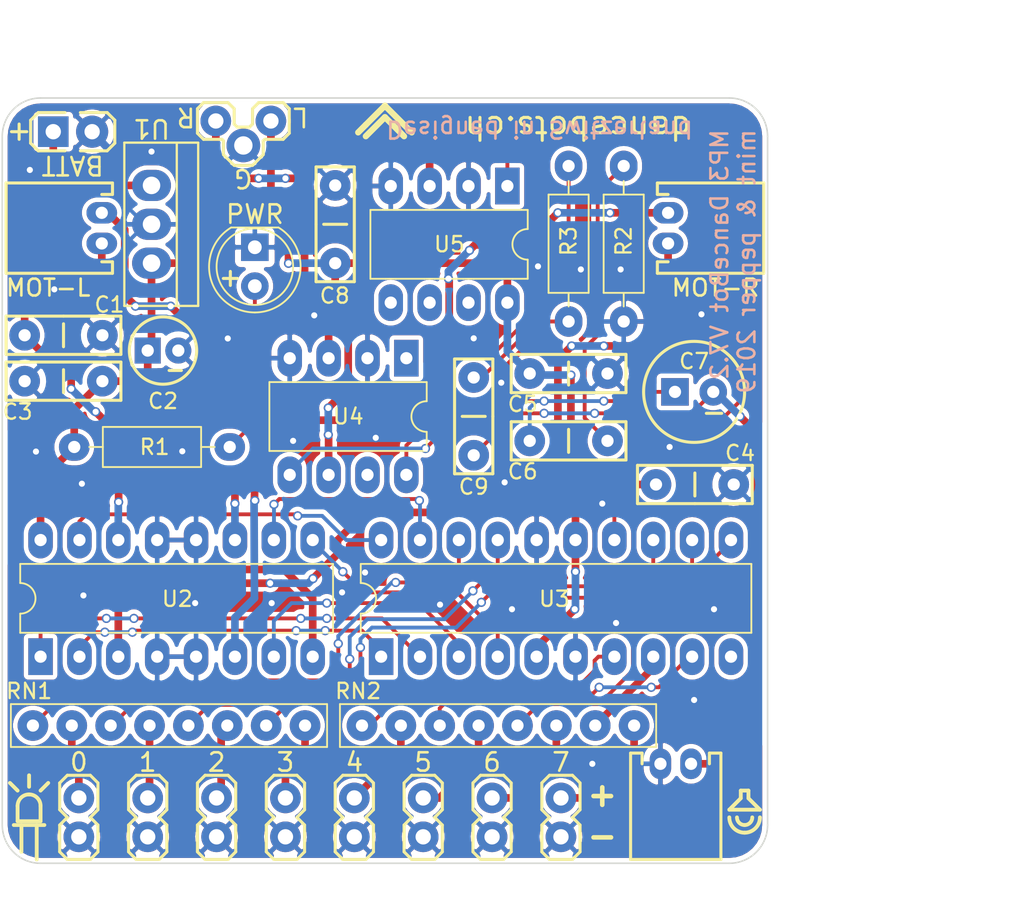
<source format=kicad_pcb>
(kicad_pcb (version 20171130) (host pcbnew "(5.1.4)-1")
  (layers (0 F.Cu signal) (31 B.Cu signal) (34 B.Paste user hide) (35 F.Paste user hide) (36 B.SilkS user) (37 F.SilkS user) (38 B.Mask user hide) (39 F.Mask user hide) (44 Edge.Cuts user))
  (net 0 "")
  (net 1 +BATT)
  (net 2 GND)
  (net 3 +5V)
  (net 4 "Net-(C6-Pad1)")
  (net 5 "Net-(C6-Pad2)")
  (net 6 "Net-(C7-Pad2)")
  (net 7 "Net-(C9-Pad1)")
  (net 8 "Net-(D0-Pad2)")
  (net 9 /MOT2-)
  (net 10 /MOT2+)
  (net 11 /MOT1+)
  (net 12 /MOT1-)
  (net 13 /MP3_L)
  (net 14 /MP3_R)
  (net 15 "Net-(LED0-Pad2)")
  (net 16 "Net-(LED1-Pad2)")
  (net 17 "Net-(LED2-Pad2)")
  (net 18 "Net-(LED3-Pad2)")
  (net 19 "Net-(LED4-Pad2)")
  (net 20 "Net-(LED5-Pad2)")
  (net 21 "Net-(LED6-Pad2)")
  (net 22 "Net-(LED7-Pad2)")
  (net 23 "Net-(R3-Pad2)")
  (net 24 /LED0)
  (net 25 /LED1)
  (net 26 /LED2)
  (net 27 /LED3)
  (net 28 /LED4)
  (net 29 /LED5)
  (net 30 /LED6)
  (net 31 /LED7)
  (net 32 /PWM1)
  (net 33 /PWM2)
  (net 34 /D1A)
  (net 35 /D2B)
  (net 36 /D1B)
  (net 37 /D2A)
  (net 38 /DATA)
  (net 39 "Net-(U3-Pad10)")
  (net 40 "Net-(U4-Pad1)")
  (module Package_DIP:DIP-8_W7.62mm_LongPads (layer F.Cu) (at 133 105.75 270)
    (fp_text reference U5 (at 3.81 3.79 180) (layer F.SilkS))
    (fp_text value LM358)
    (pad 8 thru_hole oval (at 7.62 0 270) (size 2.4 1.6) (drill 0.8) (layers *.Cu *.Mask) (net 3 +5V))
    (pad 4 thru_hole oval (at 0 7.62 270) (size 2.4 1.6) (drill 0.8) (layers *.Cu *.Mask) (net 2 GND))
    (pad 7 thru_hole oval (at 7.62 2.54 270) (size 2.4 1.6) (drill 0.8) (layers *.Cu *.Mask))
    (pad 3 thru_hole oval (at 0 5.08 270) (size 2.4 1.6) (drill 0.8) (layers *.Cu *.Mask) (net 14 /MP3_R))
    (pad 6 thru_hole oval (at 7.62 5.08 270) (size 2.4 1.6) (drill 0.8) (layers *.Cu *.Mask))
    (pad 2 thru_hole oval (at 0 2.54 270) (size 2.4 1.6) (drill 0.8) (layers *.Cu *.Mask) (net 2 GND))
    (pad 5 thru_hole oval (at 7.62 7.62 270) (size 2.4 1.6) (drill 0.8) (layers *.Cu *.Mask))
    (pad 1 thru_hole rect (at 0 0 270) (size 2.4 1.6) (drill 0.8) (layers *.Cu *.Mask) (net 38 /DATA))
  )
  (module Package_DIP:DIP-8_W7.62mm_LongPads (layer F.Cu) (at 126.4 117 270)
    (fp_text reference U4 (at 3.81 3.794 180) (layer F.SilkS))
    (fp_text value LM386)
    (pad 8 thru_hole oval (at 7.62 0 270) (size 2.4 1.6) (drill 0.8) (layers *.Cu *.Mask) (net 23 "Net-(R3-Pad2)"))
    (pad 4 thru_hole oval (at 0 7.62 270) (size 2.4 1.6) (drill 0.8) (layers *.Cu *.Mask) (net 2 GND))
    (pad 7 thru_hole oval (at 7.62 2.54 270) (size 2.4 1.6) (drill 0.8) (layers *.Cu *.Mask))
    (pad 3 thru_hole oval (at 0 5.08 270) (size 2.4 1.6) (drill 0.8) (layers *.Cu *.Mask) (net 13 /MP3_L))
    (pad 6 thru_hole oval (at 7.62 5.08 270) (size 2.4 1.6) (drill 0.8) (layers *.Cu *.Mask) (net 3 +5V))
    (pad 2 thru_hole oval (at 0 2.54 270) (size 2.4 1.6) (drill 0.8) (layers *.Cu *.Mask) (net 2 GND))
    (pad 5 thru_hole oval (at 7.62 7.62 270) (size 2.4 1.6) (drill 0.8) (layers *.Cu *.Mask) (net 5 "Net-(C6-Pad2)"))
    (pad 1 thru_hole rect (at 0 0 270) (size 2.4 1.6) (drill 0.8) (layers *.Cu *.Mask) (net 40 "Net-(U4-Pad1)"))
  )
  (module Package_DIP:DIP-20_W7.62mm_LongPads (layer F.Cu) (at 124.75 136.5 90)
    (fp_text reference U3 (at 3.772 11.318 180) (layer F.SilkS))
    (fp_text value ATTINY261A-P)
    (pad 20 thru_hole oval (at 7.62 0 90) (size 2.4 1.6) (drill 0.8) (layers *.Cu *.Mask) (net 37 /D2A))
    (pad 10 thru_hole oval (at 0 22.86 90) (size 2.4 1.6) (drill 0.8) (layers *.Cu *.Mask) (net 39 "Net-(U3-Pad10)"))
    (pad 19 thru_hole oval (at 7.62 2.54 90) (size 2.4 1.6) (drill 0.8) (layers *.Cu *.Mask) (net 35 /D2B))
    (pad 9 thru_hole oval (at 0 20.32 90) (size 2.4 1.6) (drill 0.8) (layers *.Cu *.Mask) (net 29 /LED5))
    (pad 18 thru_hole oval (at 7.62 5.08 90) (size 2.4 1.6) (drill 0.8) (layers *.Cu *.Mask) (net 24 /LED0))
    (pad 8 thru_hole oval (at 0 17.78 90) (size 2.4 1.6) (drill 0.8) (layers *.Cu *.Mask) (net 31 /LED7))
    (pad 17 thru_hole oval (at 7.62 7.62 90) (size 2.4 1.6) (drill 0.8) (layers *.Cu *.Mask) (net 25 /LED1))
    (pad 7 thru_hole oval (at 0 15.24 90) (size 2.4 1.6) (drill 0.8) (layers *.Cu *.Mask) (net 28 /LED4))
    (pad 16 thru_hole oval (at 7.62 10.16 90) (size 2.4 1.6) (drill 0.8) (layers *.Cu *.Mask) (net 2 GND))
    (pad 6 thru_hole oval (at 0 12.7 90) (size 2.4 1.6) (drill 0.8) (layers *.Cu *.Mask) (net 2 GND))
    (pad 15 thru_hole oval (at 7.62 12.7 90) (size 2.4 1.6) (drill 0.8) (layers *.Cu *.Mask) (net 3 +5V))
    (pad 5 thru_hole oval (at 0 10.16 90) (size 2.4 1.6) (drill 0.8) (layers *.Cu *.Mask) (net 3 +5V))
    (pad 14 thru_hole oval (at 7.62 15.24 90) (size 2.4 1.6) (drill 0.8) (layers *.Cu *.Mask) (net 38 /DATA))
    (pad 4 thru_hole oval (at 0 7.62 90) (size 2.4 1.6) (drill 0.8) (layers *.Cu *.Mask) (net 33 /PWM2))
    (pad 13 thru_hole oval (at 7.62 17.78 90) (size 2.4 1.6) (drill 0.8) (layers *.Cu *.Mask) (net 26 /LED2))
    (pad 3 thru_hole oval (at 0 5.08 90) (size 2.4 1.6) (drill 0.8) (layers *.Cu *.Mask) (net 36 /D1B))
    (pad 12 thru_hole oval (at 7.62 20.32 90) (size 2.4 1.6) (drill 0.8) (layers *.Cu *.Mask) (net 27 /LED3))
    (pad 2 thru_hole oval (at 0 2.54 90) (size 2.4 1.6) (drill 0.8) (layers *.Cu *.Mask) (net 32 /PWM1))
    (pad 11 thru_hole oval (at 7.62 22.86 90) (size 2.4 1.6) (drill 0.8) (layers *.Cu *.Mask) (net 30 /LED6))
    (pad 1 thru_hole rect (at 0 0 90) (size 2.4 1.6) (drill 0.8) (layers *.Cu *.Mask) (net 34 /D1A))
  )
  (module Package_DIP:DIP-16_W7.62mm_LongPads (layer F.Cu) (at 102.5 136.5 90)
    (fp_text reference U2 (at 3.772 8.93 180) (layer F.SilkS))
    (fp_text value L293)
    (pad 16 thru_hole oval (at 7.62 0 90) (size 2.4 1.6) (drill 0.8) (layers *.Cu *.Mask) (net 3 +5V))
    (pad 8 thru_hole oval (at 0 17.78 90) (size 2.4 1.6) (drill 0.8) (layers *.Cu *.Mask) (net 1 +BATT))
    (pad 15 thru_hole oval (at 7.62 2.54 90) (size 2.4 1.6) (drill 0.8) (layers *.Cu *.Mask) (net 37 /D2A))
    (pad 7 thru_hole oval (at 0 15.24 90) (size 2.4 1.6) (drill 0.8) (layers *.Cu *.Mask) (net 36 /D1B))
    (pad 14 thru_hole oval (at 7.62 5.08 90) (size 2.4 1.6) (drill 0.8) (layers *.Cu *.Mask) (net 10 /MOT2+))
    (pad 6 thru_hole oval (at 0 12.7 90) (size 2.4 1.6) (drill 0.8) (layers *.Cu *.Mask) (net 12 /MOT1-))
    (pad 13 thru_hole oval (at 7.62 7.62 90) (size 2.4 1.6) (drill 0.8) (layers *.Cu *.Mask) (net 2 GND))
    (pad 5 thru_hole oval (at 0 10.16 90) (size 2.4 1.6) (drill 0.8) (layers *.Cu *.Mask) (net 2 GND))
    (pad 12 thru_hole oval (at 7.62 10.16 90) (size 2.4 1.6) (drill 0.8) (layers *.Cu *.Mask) (net 2 GND))
    (pad 4 thru_hole oval (at 0 7.62 90) (size 2.4 1.6) (drill 0.8) (layers *.Cu *.Mask) (net 2 GND))
    (pad 11 thru_hole oval (at 7.62 12.7 90) (size 2.4 1.6) (drill 0.8) (layers *.Cu *.Mask) (net 9 /MOT2-))
    (pad 3 thru_hole oval (at 0 5.08 90) (size 2.4 1.6) (drill 0.8) (layers *.Cu *.Mask) (net 11 /MOT1+))
    (pad 10 thru_hole oval (at 7.62 15.24 90) (size 2.4 1.6) (drill 0.8) (layers *.Cu *.Mask) (net 35 /D2B))
    (pad 2 thru_hole oval (at 0 2.54 90) (size 2.4 1.6) (drill 0.8) (layers *.Cu *.Mask) (net 34 /D1A))
    (pad 9 thru_hole oval (at 7.62 17.78 90) (size 2.4 1.6) (drill 0.8) (layers *.Cu *.Mask) (net 33 /PWM2))
    (pad 1 thru_hole rect (at 0 0 90) (size 2.4 1.6) (drill 0.8) (layers *.Cu *.Mask) (net 32 /PWM1))
  )
  (module LED_THT:LED_D5.0mm (layer F.Cu) (at 116.5 109.75 270)
    (fp_text reference D0 hide)
    (fp_text value PWR)
    (pad 2 thru_hole circle (at 2.54 0 270) (size 1.8 1.8) (drill 0.9) (layers *.Cu *.Mask) (net 8 "Net-(D0-Pad2)"))
    (pad 1 thru_hole rect (at 0 0 270) (size 1.8 1.8) (drill 0.9) (layers *.Cu *.Mask) (net 2 GND))
  )
  (module dancebots_fp:BATT (layer F.Cu) (at 104.6 102.2 270)
    (fp_text reference J1 hide)
    (fp_text value BATTERY)
    (pad 1 thru_hole rect (at 0 1.27 270) (size 2 2) (drill 1) (layers *.Cu *.Mask) (net 1 +BATT))
    (pad 2 thru_hole circle (at 0 -1.27 270) (size 2.1 2.1) (drill 1) (layers *.Cu *.Mask) (net 2 GND))
  )
  (module dancebots_fp:ELcap4.1mm (layer F.Cu) (at 110.5 116.5)
    (fp_text reference C2 (at 0 3.3) (layer F.SilkS))
    (fp_text value 22uF)
    (pad 2 thru_hole circle (at 1 0 180) (size 1.7 1.7) (drill 0.8) (layers *.Cu *.Mask) (net 2 GND))
    (pad 1 thru_hole rect (at -1 0 180) (size 1.7 1.7) (drill 0.8) (layers *.Cu *.Mask) (net 3 +5V))
  )
  (module dancebots_fp:ElCap_6.4mm (layer F.Cu) (at 145.2 119.2)
    (fp_text reference C7 (at 0 -2) (layer F.SilkS))
    (fp_text value 220uF)
    (pad 1 thru_hole rect (at -1.25 0 180) (size 1.8 1.8) (drill 0.8) (layers *.Cu *.Mask) (net 5 "Net-(C6-Pad2)"))
    (pad 2 thru_hole circle (at 1.25 0 180) (size 1.8 1.8) (drill 0.8) (layers *.Cu *.Mask) (net 6 "Net-(C7-Pad2)"))
  )
  (module dancebots_fp:LED (layer F.Cu) (at 105 147)
    (fp_text reference LED0 hide)
    (fp_text value LED)
    (pad 1 thru_hole circle (at 0 1.27) (size 2 2) (drill 1) (layers *.Cu *.Mask) (net 2 GND))
    (pad 2 thru_hole circle (at 0 -1.27) (size 2 2) (drill 1) (layers *.Cu *.Mask) (net 15 "Net-(LED0-Pad2)"))
  )
  (module dancebots_fp:LED (layer F.Cu) (at 109.5 147)
    (fp_text reference LED1 hide)
    (fp_text value LED)
    (pad 1 thru_hole circle (at 0 1.27) (size 2 2) (drill 1) (layers *.Cu *.Mask) (net 2 GND))
    (pad 2 thru_hole circle (at 0 -1.27) (size 2 2) (drill 1) (layers *.Cu *.Mask) (net 16 "Net-(LED1-Pad2)"))
  )
  (module dancebots_fp:LED (layer F.Cu) (at 114 147)
    (fp_text reference LED2 hide)
    (fp_text value LED)
    (pad 1 thru_hole circle (at 0 1.27) (size 2 2) (drill 1) (layers *.Cu *.Mask) (net 2 GND))
    (pad 2 thru_hole circle (at 0 -1.27) (size 2 2) (drill 1) (layers *.Cu *.Mask) (net 17 "Net-(LED2-Pad2)"))
  )
  (module dancebots_fp:LED (layer F.Cu) (at 118.5 147)
    (fp_text reference LED3 hide)
    (fp_text value LED)
    (pad 1 thru_hole circle (at 0 1.27) (size 2 2) (drill 1) (layers *.Cu *.Mask) (net 2 GND))
    (pad 2 thru_hole circle (at 0 -1.27) (size 2 2) (drill 1) (layers *.Cu *.Mask) (net 18 "Net-(LED3-Pad2)"))
  )
  (module dancebots_fp:LED (layer F.Cu) (at 123 147)
    (fp_text reference LED4 hide)
    (fp_text value LED)
    (pad 1 thru_hole circle (at 0 1.27) (size 2 2) (drill 1) (layers *.Cu *.Mask) (net 2 GND))
    (pad 2 thru_hole circle (at 0 -1.27) (size 2 2) (drill 1) (layers *.Cu *.Mask) (net 19 "Net-(LED4-Pad2)"))
  )
  (module dancebots_fp:LED (layer F.Cu) (at 127.5 147)
    (fp_text reference LED5 hide)
    (fp_text value LED)
    (pad 1 thru_hole circle (at 0 1.27) (size 2 2) (drill 1) (layers *.Cu *.Mask) (net 2 GND))
    (pad 2 thru_hole circle (at 0 -1.27) (size 2 2) (drill 1) (layers *.Cu *.Mask) (net 20 "Net-(LED5-Pad2)"))
  )
  (module dancebots_fp:LED (layer F.Cu) (at 132 147)
    (fp_text reference LED6 hide)
    (fp_text value LED)
    (pad 1 thru_hole circle (at 0 1.27) (size 2 2) (drill 1) (layers *.Cu *.Mask) (net 2 GND))
    (pad 2 thru_hole circle (at 0 -1.27) (size 2 2) (drill 1) (layers *.Cu *.Mask) (net 21 "Net-(LED6-Pad2)"))
  )
  (module dancebots_fp:LED (layer F.Cu) (at 136.5 147)
    (fp_text reference LED7 hide)
    (fp_text value LED)
    (pad 1 thru_hole circle (at 0 1.27) (size 2 2) (drill 1) (layers *.Cu *.Mask) (net 2 GND))
    (pad 2 thru_hole circle (at 0 -1.27) (size 2 2) (drill 1) (layers *.Cu *.Mask) (net 22 "Net-(LED7-Pad2)"))
  )
  (module dancebots_fp:TO-220 (layer F.Cu) (at 109.75 108.25 270)
    (fp_text reference U1 hide)
    (fp_text value L4941)
    (pad 2 thru_hole oval (at 0 0 270) (size 2.032 2.54) (drill 1.143) (layers *.Cu *.Mask) (net 2 GND))
    (pad 3 thru_hole oval (at 2.54 0 270) (size 2.032 2.54) (drill 1.143) (layers *.Cu *.Mask) (net 3 +5V))
    (pad 1 thru_hole oval (at -2.54 0 270) (size 2.032 2.54) (drill 1.143) (layers *.Cu *.Mask) (net 1 +BATT))
  )
  (module dancebots_fp:MP3 (layer F.Cu) (at 115.75 101.5 180)
    (fp_text reference J4 hide)
    (fp_text value "MP3 Player")
    (pad 3 thru_hole circle (at 0 -1.6) (size 2.2 2.2) (drill 1.2) (layers *.Cu *.Mask) (net 2 GND))
    (pad 1 thru_hole circle (at -1.8 0) (size 2 2) (drill 1) (layers *.Cu *.Mask) (net 13 /MP3_L))
    (pad 2 thru_hole circle (at 1.8 0) (size 2 2) (drill 1) (layers *.Cu *.Mask) (net 14 /MP3_R))
  )
  (module dancebots_fp:RN (layer F.Cu) (at 123.5 141)
    (fp_text reference RN2 (at -0.25 -2.25) (layer F.SilkS))
    (fp_text value 82)
    (pad 1 thru_hole circle (at 0 0) (size 2 2) (drill 0.8) (layers *.Cu *.Mask) (net 28 /LED4))
    (pad 2 thru_hole circle (at 2.54 0) (size 2 2) (drill 0.8) (layers *.Cu *.Mask) (net 19 "Net-(LED4-Pad2)"))
    (pad 3 thru_hole circle (at 5.08 0) (size 2 2) (drill 0.8) (layers *.Cu *.Mask) (net 29 /LED5))
    (pad 4 thru_hole circle (at 7.62 0) (size 2 2) (drill 0.8) (layers *.Cu *.Mask) (net 20 "Net-(LED5-Pad2)"))
    (pad 5 thru_hole circle (at 10.16 0) (size 2 2) (drill 0.8) (layers *.Cu *.Mask) (net 30 /LED6))
    (pad 6 thru_hole circle (at 12.7 0) (size 2 2) (drill 0.8) (layers *.Cu *.Mask) (net 21 "Net-(LED6-Pad2)"))
    (pad 7 thru_hole circle (at 15.24 0) (size 2 2) (drill 0.8) (layers *.Cu *.Mask) (net 31 /LED7))
    (pad 8 thru_hole circle (at 17.78 0) (size 2 2) (drill 0.8) (layers *.Cu *.Mask) (net 22 "Net-(LED7-Pad2)"))
  )
  (module dancebots_fp:RN (layer F.Cu) (at 102 141)
    (fp_text reference RN1 (at -0.25 -2.25) (layer F.SilkS))
    (fp_text value 82)
    (pad 1 thru_hole circle (at 0 0) (size 2 2) (drill 0.8) (layers *.Cu *.Mask) (net 24 /LED0))
    (pad 2 thru_hole circle (at 2.54 0) (size 2 2) (drill 0.8) (layers *.Cu *.Mask) (net 15 "Net-(LED0-Pad2)"))
    (pad 3 thru_hole circle (at 5.08 0) (size 2 2) (drill 0.8) (layers *.Cu *.Mask) (net 25 /LED1))
    (pad 4 thru_hole circle (at 7.62 0) (size 2 2) (drill 0.8) (layers *.Cu *.Mask) (net 16 "Net-(LED1-Pad2)"))
    (pad 5 thru_hole circle (at 10.16 0) (size 2 2) (drill 0.8) (layers *.Cu *.Mask) (net 26 /LED2))
    (pad 6 thru_hole circle (at 12.7 0) (size 2 2) (drill 0.8) (layers *.Cu *.Mask) (net 17 "Net-(LED2-Pad2)"))
    (pad 7 thru_hole circle (at 15.24 0) (size 2 2) (drill 0.8) (layers *.Cu *.Mask) (net 27 /LED3))
    (pad 8 thru_hole circle (at 17.78 0) (size 2 2) (drill 0.8) (layers *.Cu *.Mask) (net 18 "Net-(LED3-Pad2)"))
  )
  (module dancebots_fp:RES (layer F.Cu) (at 137 114.6 90)
    (fp_text reference R3 (at 5.25 0 90) (layer F.SilkS))
    (fp_text value 10)
    (pad 1 thru_hole oval (at 0 0 90) (size 2 1.8) (drill 0.8) (layers *.Cu *.Mask) (net 7 "Net-(C9-Pad1)"))
    (pad 2 thru_hole oval (at 10.16 0 90) (size 2 1.8) (drill 0.8) (layers *.Cu *.Mask) (net 23 "Net-(R3-Pad2)"))
  )
  (module dancebots_fp:RES (layer F.Cu) (at 140.6 114.6 90)
    (fp_text reference R2 (at 5.25 0 90) (layer F.SilkS))
    (fp_text value 10k)
    (pad 1 thru_hole oval (at 0 0 90) (size 2 1.8) (drill 0.8) (layers *.Cu *.Mask) (net 2 GND))
    (pad 2 thru_hole oval (at 10.16 0 90) (size 2 1.8) (drill 0.8) (layers *.Cu *.Mask) (net 4 "Net-(C6-Pad1)"))
  )
  (module dancebots_fp:RES (layer F.Cu) (at 104.7 122.8)
    (fp_text reference R1 (at 5.25 0) (layer F.SilkS))
    (fp_text value 150)
    (pad 1 thru_hole oval (at 0 0) (size 2 1.8) (drill 0.8) (layers *.Cu *.Mask) (net 3 +5V))
    (pad 2 thru_hole oval (at 10.16 0) (size 2 1.8) (drill 0.8) (layers *.Cu *.Mask) (net 8 "Net-(D0-Pad2)"))
  )
  (module dancebots_fp:MOT-SPK-CONN (layer F.Cu) (at 106.5 108.5 270)
    (fp_text reference J2 hide)
    (fp_text value MOT2-L)
    (pad 2 thru_hole oval (at -1 0 270) (size 1.4 2) (drill 0.8) (layers *.Cu *.Mask) (net 9 /MOT2-))
    (pad 1 thru_hole oval (at 1 0 270) (size 1.4 2) (drill 0.8) (layers *.Cu *.Mask) (net 10 /MOT2+))
  )
  (module dancebots_fp:MOT-SPK-CONN (layer F.Cu) (at 143.5 108.5 90)
    (fp_text reference J3 hide)
    (fp_text value MOT1-R)
    (pad 2 thru_hole oval (at -1 0 90) (size 1.4 2) (drill 0.8) (layers *.Cu *.Mask) (net 11 /MOT1+))
    (pad 1 thru_hole oval (at 1 0 90) (size 1.4 2) (drill 0.8) (layers *.Cu *.Mask) (net 12 /MOT1-))
  )
  (module dancebots_fp:MOT-SPK-CONN (layer F.Cu) (at 144 143.5)
    (fp_text reference JP18 hide)
    (fp_text value SPEAKER)
    (pad 2 thru_hole oval (at -1 0) (size 1.4 2) (drill 0.8) (layers *.Cu *.Mask) (net 2 GND))
    (pad 1 thru_hole oval (at 1 0) (size 1.4 2) (drill 0.8) (layers *.Cu *.Mask) (net 6 "Net-(C7-Pad2)"))
  )
  (module dancebots_fp:CAPC (layer F.Cu) (at 104 115.5 180)
    (fp_text reference C1 (at -3 2 180) (layer F.SilkS))
    (fp_text value 100nF)
    (pad 1 thru_hole circle (at 2.54 0 180) (size 2 2) (drill 0.8) (layers *.Cu *.Mask) (net 1 +BATT))
    (pad 2 thru_hole circle (at -2.54 0 180) (size 2 2) (drill 0.8) (layers *.Cu *.Mask) (net 2 GND))
  )
  (module dancebots_fp:CAPC (layer F.Cu) (at 104 118.5 180)
    (fp_text reference C3 (at 3 -2 180) (layer F.SilkS))
    (fp_text value 100nF)
    (pad 1 thru_hole circle (at 2.54 0 180) (size 2 2) (drill 0.8) (layers *.Cu *.Mask) (net 2 GND))
    (pad 2 thru_hole circle (at -2.54 0 180) (size 2 2) (drill 0.8) (layers *.Cu *.Mask) (net 3 +5V))
  )
  (module dancebots_fp:CAPC (layer F.Cu) (at 145.25 125.25)
    (fp_text reference C4 (at 2.95 -2.05) (layer F.SilkS))
    (fp_text value 100nF)
    (pad 1 thru_hole circle (at 2.54 0) (size 2 2) (drill 0.8) (layers *.Cu *.Mask) (net 2 GND))
    (pad 2 thru_hole circle (at -2.54 0) (size 2 2) (drill 0.8) (layers *.Cu *.Mask) (net 3 +5V))
  )
  (module dancebots_fp:CAPC (layer F.Cu) (at 137 118)
    (fp_text reference C5 (at -3 2) (layer F.SilkS))
    (fp_text value 100nF)
    (pad 1 thru_hole circle (at 2.54 0) (size 2 2) (drill 0.8) (layers *.Cu *.Mask) (net 2 GND))
    (pad 2 thru_hole circle (at -2.54 0) (size 2 2) (drill 0.8) (layers *.Cu *.Mask) (net 3 +5V))
  )
  (module dancebots_fp:CAPC (layer F.Cu) (at 137 122.4)
    (fp_text reference C6 (at -3 2) (layer F.SilkS))
    (fp_text value 47nF)
    (pad 1 thru_hole circle (at 2.54 0) (size 2 2) (drill 0.8) (layers *.Cu *.Mask) (net 4 "Net-(C6-Pad1)"))
    (pad 2 thru_hole circle (at -2.54 0) (size 2 2) (drill 0.8) (layers *.Cu *.Mask) (net 5 "Net-(C6-Pad2)"))
  )
  (module dancebots_fp:CAPC (layer F.Cu) (at 121.75 108.25 270)
    (fp_text reference C8 (at 4.666 0.033) (layer F.SilkS))
    (fp_text value 100nF)
    (pad 1 thru_hole circle (at 2.54 0 270) (size 2 2) (drill 0.8) (layers *.Cu *.Mask) (net 3 +5V))
    (pad 2 thru_hole circle (at -2.54 0 270) (size 2 2) (drill 0.8) (layers *.Cu *.Mask) (net 2 GND))
  )
  (module dancebots_fp:CAPC (layer F.Cu) (at 130.8 120.8 90)
    (fp_text reference C9 (at -4.6 0 180) (layer F.SilkS))
    (fp_text value 10pF)
    (pad 1 thru_hole circle (at 2.54 0 90) (size 2 2) (drill 0.8) (layers *.Cu *.Mask) (net 7 "Net-(C9-Pad1)"))
    (pad 2 thru_hole circle (at -2.54 0 90) (size 2 2) (drill 0.8) (layers *.Cu *.Mask) (net 6 "Net-(C7-Pad2)"))
  )
  (gr_line (start 123.75 101.75) (end 123.25 102.25) (angle 90) (layer F.SilkS) (width 0.4))
  (gr_line (start 126.25 101.75) (end 126.75 102.25) (angle 90) (layer F.SilkS) (width 0.4))
  (gr_line (start 125 101.25) (end 123.75 102.5) (angle 90) (layer F.SilkS) (width 0.4))
  (gr_line (start 125 101.25) (end 126.25 102.5) (angle 90) (layer F.SilkS) (width 0.4))
  (gr_line (start 125 100.5) (end 126.25 101.75) (angle 90) (layer F.SilkS) (width 0.4))
  (gr_line (start 125 100.5) (end 123.75 101.75) (angle 90) (layer F.SilkS) (width 0.4))
  (gr_text - (at 139.2 148.2) (layer F.SilkS) (effects (font (size 1.5 1.5) (thickness 0.3))))
  (gr_text + (at 139.2 145.5) (layer F.SilkS) (effects (font (size 1.5 1.5) (thickness 0.3))))
  (gr_text + (at 114.9 111.7) (layer F.SilkS) (effects (font (size 1.2 1.2) (thickness 0.2))))
  (gr_text PWR (at 116.5 107.6) (layer F.SilkS) (effects (font (size 1.2 1.2) (thickness 0.17))))
  (gr_text MOT-L (at 103 112.4) (layer F.SilkS) (effects (font (size 1.1 1.1) (thickness 0.17))))
  (gr_text MOT-R (at 146.6 112.4) (layer F.SilkS) (effects (font (size 1.1 1.1) (thickness 0.17))))
  (gr_text dancebots.ch (at 137.6 101.95 180) (layer F.SilkS) (effects (font (size 1.5 1.5) (thickness 0.2))))
  (gr_text "Designed in Switzerland" (at 135.1 102.05 180) (layer B.SilkS) (effects (font (size 1.1 1.1) (thickness 0.17)) (justify mirror)))
  (gr_text 7 (at 136.5 143.4) (layer F.SilkS) (effects (font (size 1.2 1.2) (thickness 0.17))))
  (gr_text 6 (at 132 143.4) (layer F.SilkS) (effects (font (size 1.2 1.2) (thickness 0.17))))
  (gr_text 5 (at 127.5 143.4) (layer F.SilkS) (effects (font (size 1.2 1.2) (thickness 0.17))))
  (gr_text 4 (at 123 143.4) (layer F.SilkS) (effects (font (size 1.2 1.2) (thickness 0.17))))
  (gr_text 3 (at 118.5 143.4) (layer F.SilkS) (effects (font (size 1.2 1.2) (thickness 0.17))))
  (gr_text 2 (at 114 143.4) (layer F.SilkS) (effects (font (size 1.2 1.2) (thickness 0.17))))
  (gr_text 1 (at 109.5 143.4) (layer F.SilkS) (effects (font (size 1.2 1.2) (thickness 0.17))))
  (gr_text 0 (at 105 143.4) (layer F.SilkS) (effects (font (size 1.2 1.2) (thickness 0.17))))
  (gr_text "MP3 DanceBot V7.2\nmint & pepper 2019" (at 147.75 101.95 90) (layer B.SilkS) (effects (font (size 1.1 1.1) (thickness 0.17)) (justify left mirror)))
  (gr_text U1 (at 109.75 102 180) (layer F.SilkS) (effects (font (size 1.2 1.2) (thickness 0.17))))
  (gr_text R (at 112 101.25 180) (layer F.SilkS) (effects (font (size 1.2 1.2) (thickness 0.17))))
  (gr_text L (at 119.5 101.25 180) (layer F.SilkS) (effects (font (size 1.2 1.2) (thickness 0.17))))
  (gr_text G (at 115.75 105.25 180) (layer F.SilkS) (effects (font (size 1.2 1.2) (thickness 0.17))))
  (gr_text BATT (at 104.6 104.4 180) (layer F.SilkS) (effects (font (size 1.2 1.2) (thickness 0.17))))
  (gr_line (start 148.75 145.25) (end 148.75 145.75) (angle 90) (layer F.SilkS) (width 0.25))
  (gr_line (start 148.25 145.25) (end 148.75 145.25) (angle 90) (layer F.SilkS) (width 0.25))
  (gr_line (start 148.25 145.75) (end 148.25 145.25) (angle 90) (layer F.SilkS) (width 0.25))
  (gr_line (start 148.25 145.75) (end 147.5 146.5) (angle 90) (layer F.SilkS) (width 0.25))
  (gr_line (start 149.5 146.5) (end 148.75 145.75) (angle 90) (layer F.SilkS) (width 0.25))
  (gr_line (start 147.5 146.5) (end 149.5 146.5) (angle 90) (layer F.SilkS) (width 0.25))
  (gr_arc (start 148.5 147) (end 148.5 147.5) (angle 90) (layer F.SilkS) (width 0.25))
  (gr_arc (start 148.5 147) (end 149 147) (angle 90) (layer F.SilkS) (width 0.25))
  (gr_arc (start 148.5 147) (end 149.5 147) (angle 90) (layer F.SilkS) (width 0.25))
  (gr_arc (start 148.5 147) (end 148.5 148) (angle 90) (layer F.SilkS) (width 0.25))
  (gr_line (start 101 145.25) (end 100.5 144.75) (angle 90) (layer F.SilkS) (width 0.25))
  (gr_line (start 102.5 145.25) (end 103 144.75) (angle 90) (layer F.SilkS) (width 0.25))
  (gr_line (start 101.75 145) (end 101.75 144.25) (angle 90) (layer F.SilkS) (width 0.25))
  (gr_line (start 102.25 147.5) (end 102.25 149.75) (angle 90) (layer F.SilkS) (width 0.25))
  (gr_line (start 101.25 147.5) (end 101.25 149.25) (angle 90) (layer F.SilkS) (width 0.25))
  (gr_line (start 100.75 147.5) (end 102.75 147.5) (angle 90) (layer F.SilkS) (width 0.25))
  (gr_line (start 102.5 147.25) (end 102.5 146.25) (angle 90) (layer F.SilkS) (width 0.25))
  (gr_line (start 101 147.25) (end 102.5 147.25) (angle 90) (layer F.SilkS) (width 0.25))
  (gr_line (start 101 146.25) (end 101 147.25) (angle 90) (layer F.SilkS) (width 0.25))
  (gr_arc (start 101.75 146.25) (end 101 146.25) (angle 90) (layer F.SilkS) (width 0.25))
  (gr_arc (start 101.75 146.25) (end 101.75 145.5) (angle 90) (layer F.SilkS) (width 0.25))
  (gr_arc (start 102.5 147.5) (end 102.5 150) (angle 90) (layer Edge.Cuts) (width 0.1))
  (gr_arc (start 147.5 147.5) (end 150 147.5) (angle 90) (layer Edge.Cuts) (width 0.1))
  (gr_line (start 150 147.5) (end 150 102.5) (angle 90) (layer Edge.Cuts) (width 0.1))
  (gr_line (start 102.5 150) (end 147.5 150) (angle 90) (layer Edge.Cuts) (width 0.1))
  (gr_line (start 100 102.5) (end 100 147.5) (angle 90) (layer Edge.Cuts) (width 0.1))
  (gr_arc (start 147.5 102.5) (end 147.5 100) (angle 90) (layer Edge.Cuts) (width 0.1))
  (gr_arc (start 102.5 102.5) (end 100 102.5) (angle 90) (layer Edge.Cuts) (width 0.1))
  (gr_line (start 102.5 100) (end 147.5 100) (angle 90) (layer Edge.Cuts) (width 0.1))
  (via (at 114.732 115.71) (size 0.6) (drill 0.4) (layers F.Cu B.Cu) (net 2))
  (segment (start 103.33 102.2) (end 103.33 105.87) (width 0.5) (layer F.Cu) (net 1))
  (segment (start 103.33 105.87) (end 103.3 105.9) (width 0.5) (layer F.Cu) (net 1))
  (segment (start 109.75 105.71) (end 103.49 105.71) (width 0.5) (layer F.Cu) (net 1))
  (segment (start 101.46 107.74) (end 101.46 115.5) (width 0.5) (layer F.Cu) (net 1))
  (segment (start 103.49 105.71) (end 103.3 105.9) (width 0.5) (layer F.Cu) (net 1))
  (segment (start 103.3 105.9) (end 101.46 107.74) (width 0.5) (layer F.Cu) (net 1))
  (segment (start 101.46 115.5) (end 103.4 117.44) (width 0.5) (layer F.Cu) (net 1))
  (segment (start 120.28 132.68) (end 120.28 136.5) (width 0.5) (layer F.Cu) (net 1))
  (segment (start 118.4 130.8) (end 120.28 132.68) (width 0.5) (layer F.Cu) (net 1))
  (segment (start 101.7 130.8) (end 118.4 130.8) (width 0.5) (layer F.Cu) (net 1))
  (segment (start 100.9 130) (end 101.7 130.8) (width 0.5) (layer F.Cu) (net 1))
  (segment (start 100.9 122.2) (end 100.9 130) (width 0.5) (layer F.Cu) (net 1))
  (segment (start 103.4 119.7) (end 100.9 122.2) (width 0.5) (layer F.Cu) (net 1))
  (segment (start 103.4 117.44) (end 103.4 119.7) (width 0.5) (layer F.Cu) (net 1))
  (via (at 138.55 143.5) (size 0.6) (drill 0.4) (layers F.Cu B.Cu) (net 2))
  (segment (start 106.9 103.3) (end 107.65 104.05) (width 0.5) (layer B.Cu) (net 2))
  (segment (start 107.65 104.05) (end 109.75 103.5) (width 0.5) (layer B.Cu) (net 2))
  (via (at 109.75 103.5) (size 0.6) (drill 0.4) (layers F.Cu B.Cu) (net 2))
  (segment (start 105.87 102.2) (end 106.9 103.3) (width 0.5) (layer B.Cu) (net 2))
  (segment (start 105.87 102.2) (end 105.87 102.73) (width 0.25) (layer B.Cu) (net 2))
  (via (at 101.8 104.7) (size 0.6) (drill 0.4) (layers F.Cu B.Cu) (net 2))
  (segment (start 105.87 102.2) (end 105.87 102.83) (width 0.25) (layer F.Cu) (net 2))
  (via (at 132.82 125.11) (size 0.6) (drill 0.4) (layers F.Cu B.Cu) (net 2))
  (via (at 132.6 118.6) (size 0.6) (drill 0.4) (layers F.Cu B.Cu) (net 2))
  (via (at 119 122.4) (size 0.6) (drill 0.4) (layers F.Cu B.Cu) (net 2))
  (via (at 143.6 122.8) (size 0.6) (drill 0.4) (layers F.Cu B.Cu) (net 2))
  (via (at 139.2 126.5) (size 0.6) (drill 0.4) (layers F.Cu B.Cu) (net 2))
  (via (at 130.8 115.7) (size 0.6) (drill 0.4) (layers F.Cu B.Cu) (net 2))
  (via (at 111.76 123.08) (size 0.6) (drill 0.4) (layers F.Cu B.Cu) (net 2))
  (segment (start 143 143.5) (end 143 143.51) (width 0.25) (layer B.Cu) (net 2))
  (segment (start 147.79 125.25) (end 147.76 125.25) (width 0.25) (layer B.Cu) (net 2))
  (via (at 145.68 114.13) (size 0.6) (drill 0.4) (layers F.Cu B.Cu) (net 2))
  (via (at 120.38 114.2) (size 0.6) (drill 0.4) (layers F.Cu B.Cu) (net 2))
  (via (at 145.2 139.33) (size 0.6) (drill 0.4) (layers F.Cu B.Cu) (net 2))
  (via (at 137.8 111.2) (size 0.6) (drill 0.4) (layers F.Cu B.Cu) (net 2))
  (via (at 135 111) (size 0.6) (drill 0.4) (layers F.Cu B.Cu) (net 2))
  (via (at 140.4 111.2) (size 0.6) (drill 0.4) (layers F.Cu B.Cu) (net 2))
  (via (at 112.6 133) (size 0.6) (drill 0.4) (layers F.Cu B.Cu) (net 2))
  (via (at 117.6 133) (size 0.6) (drill 0.4) (layers F.Cu B.Cu) (net 2))
  (via (at 133.3 133.4) (size 0.6) (drill 0.4) (layers F.Cu B.Cu) (net 2))
  (via (at 128.6 133.1) (size 0.6) (drill 0.4) (layers F.Cu B.Cu) (net 2))
  (via (at 124.4 122.2) (size 0.6) (drill 0.4) (layers F.Cu B.Cu) (net 2))
  (segment (start 106.54 115.5) (end 106.39 115.35) (width 0.25) (layer B.Cu) (net 2))
  (via (at 103.4 112.5) (size 0.6) (drill 0.4) (layers F.Cu B.Cu) (net 2))
  (via (at 140.1 134.3) (size 0.6) (drill 0.4) (layers F.Cu B.Cu) (net 2))
  (via (at 146.5 133.4) (size 0.6) (drill 0.4) (layers F.Cu B.Cu) (net 2))
  (segment (start 123.7 131) (end 123.5 131) (width 0.25) (layer B.Cu) (net 2))
  (via (at 123.7 131) (size 0.6) (drill 0.4) (layers F.Cu B.Cu) (net 2))
  (segment (start 123.8 130.9) (end 123.7 131) (width 0.25) (layer B.Cu) (net 2))
  (via (at 122.2 132.3) (size 0.6) (drill 0.4) (layers F.Cu B.Cu) (net 2))
  (via (at 105.2 125.2) (size 0.6) (drill 0.4) (layers F.Cu B.Cu) (net 2))
  (segment (start 102.2 123.1) (end 102.1 123.1) (width 0.25) (layer F.Cu) (net 2))
  (via (at 102.2 123.1) (size 0.6) (drill 0.4) (layers F.Cu B.Cu) (net 2))
  (segment (start 112.66 132.94) (end 112.6 133) (width 0.25) (layer B.Cu) (net 2))
  (via (at 105.3 132.5) (size 0.6) (drill 0.4) (layers F.Cu B.Cu) (net 2))
  (segment (start 109.36 108.25) (end 108.18 109.43) (width 0.25) (layer B.Cu) (net 2))
  (segment (start 109.75 108.25) (end 109.36 108.25) (width 0.25) (layer B.Cu) (net 2))
  (segment (start 109.31 108.25) (end 108.1 107.04) (width 0.25) (layer B.Cu) (net 2))
  (segment (start 109.75 108.25) (end 109.31 108.25) (width 0.25) (layer B.Cu) (net 2))
  (segment (start 134.46 118) (end 134.56 118.1) (width 0.5) (layer B.Cu) (net 3))
  (segment (start 134.56 118.1) (end 137.15 118.1) (width 0.5) (layer B.Cu) (net 3))
  (segment (start 137.15 124.9) (end 138.025 125.775) (width 0.5) (layer F.Cu) (net 3))
  (segment (start 137.15 118.1) (end 137.15 124.9) (width 0.5) (layer F.Cu) (net 3))
  (via (at 137.15 118.1) (size 0.6) (drill 0.4) (layers F.Cu B.Cu) (net 3))
  (segment (start 121.32 124.62) (end 121.32 122.02) (width 0.5) (layer F.Cu) (net 3))
  (segment (start 121.75 112.8) (end 121.75 110.79) (width 0.5) (layer F.Cu) (net 3))
  (segment (start 122.6 113.65) (end 121.75 112.8) (width 0.5) (layer F.Cu) (net 3))
  (segment (start 122.6 118.95) (end 122.6 113.65) (width 0.5) (layer F.Cu) (net 3))
  (segment (start 121.3 120.25) (end 122.6 118.95) (width 0.5) (layer F.Cu) (net 3))
  (via (at 121.3 120.25) (size 0.6) (drill 0.4) (layers F.Cu B.Cu) (net 3))
  (segment (start 121.3 122) (end 121.3 120.25) (width 0.5) (layer B.Cu) (net 3))
  (via (at 121.3 122) (size 0.6) (drill 0.4) (layers F.Cu B.Cu) (net 3))
  (segment (start 121.32 122.02) (end 121.3 122) (width 0.5) (layer F.Cu) (net 3))
  (segment (start 134.91 136.5) (end 134.91 135.89) (width 0.5) (layer F.Cu) (net 3))
  (segment (start 134.91 135.89) (end 137.4 133.4) (width 0.5) (layer F.Cu) (net 3))
  (via (at 137.4 133.4) (size 0.6) (drill 0.4) (layers F.Cu B.Cu) (net 3))
  (segment (start 137.4 133.4) (end 137.45 133.35) (width 0.5) (layer B.Cu) (net 3))
  (segment (start 137.45 133.35) (end 137.45 130.95) (width 0.5) (layer B.Cu) (net 3))
  (via (at 137.45 130.95) (size 0.6) (drill 0.4) (layers F.Cu B.Cu) (net 3))
  (segment (start 137.45 130.95) (end 137.45 128.88) (width 0.5) (layer F.Cu) (net 3))
  (segment (start 104.7 122.8) (end 104.7 120.34) (width 0.5) (layer F.Cu) (net 3))
  (segment (start 104.7 120.34) (end 106.54 118.5) (width 0.5) (layer F.Cu) (net 3))
  (segment (start 102.5 128.88) (end 102.5 125) (width 0.5) (layer F.Cu) (net 3))
  (segment (start 102.5 125) (end 104.7 122.8) (width 0.5) (layer F.Cu) (net 3))
  (segment (start 106.54 118.5) (end 106.5 118.5) (width 0.5) (layer F.Cu) (net 3))
  (segment (start 106.54 118.5) (end 108.9 118.5) (width 0.5) (layer F.Cu) (net 3))
  (segment (start 108.9 118.5) (end 109.5 117.9) (width 0.5) (layer F.Cu) (net 3))
  (segment (start 109.5 117.9) (end 109.5 116.5) (width 0.5) (layer F.Cu) (net 3))
  (segment (start 109.75 110.79) (end 109.75 116.25) (width 0.5) (layer F.Cu) (net 3))
  (segment (start 109.75 116.25) (end 109.5 116.5) (width 0.5) (layer F.Cu) (net 3))
  (segment (start 109.75 110.79) (end 112.31 110.79) (width 0.5) (layer F.Cu) (net 3))
  (segment (start 118.71 110.79) (end 121.75 110.79) (width 0.5) (layer B.Cu) (net 3))
  (segment (start 118.7 110.8) (end 118.71 110.79) (width 0.5) (layer B.Cu) (net 3))
  (via (at 118.7 110.8) (size 0.6) (drill 0.4) (layers F.Cu B.Cu) (net 3))
  (segment (start 118.7 109) (end 118.7 110.8) (width 0.5) (layer F.Cu) (net 3))
  (segment (start 117.8 108.1) (end 118.7 109) (width 0.5) (layer F.Cu) (net 3))
  (segment (start 115 108.1) (end 117.8 108.1) (width 0.5) (layer F.Cu) (net 3))
  (segment (start 112.31 110.79) (end 115 108.1) (width 0.5) (layer F.Cu) (net 3))
  (segment (start 121.75 110.79) (end 132.09 110.79) (width 0.5) (layer F.Cu) (net 3))
  (segment (start 133 111.7) (end 133 113.37) (width 0.5) (layer F.Cu) (net 3))
  (segment (start 132.09 110.79) (end 133 111.7) (width 0.5) (layer F.Cu) (net 3))
  (segment (start 133 113.37) (end 133 116.54) (width 0.5) (layer B.Cu) (net 3))
  (segment (start 133 116.54) (end 134.46 118) (width 0.5) (layer B.Cu) (net 3))
  (segment (start 137.45 128.88) (end 137.45 126.35) (width 0.5) (layer F.Cu) (net 3))
  (segment (start 137.45 126.35) (end 138.025 125.775) (width 0.5) (layer F.Cu) (net 3))
  (segment (start 138.025 125.775) (end 138.55 125.25) (width 0.5) (layer F.Cu) (net 3))
  (segment (start 138.55 125.25) (end 142.71 125.25) (width 0.5) (layer F.Cu) (net 3))
  (segment (start 139.54 122.4) (end 138.05 120.91) (width 0.25) (layer F.Cu) (net 4))
  (segment (start 138.05 116.35) (end 138.05 120.91) (width 0.25) (layer F.Cu) (net 4))
  (segment (start 138.9 106.14) (end 140.6 104.44) (width 0.25) (layer F.Cu) (net 4))
  (segment (start 138.9 115.5) (end 138.9 106.14) (width 0.25) (layer F.Cu) (net 4))
  (segment (start 138.9 115.5) (end 138.05 116.35) (width 0.25) (layer F.Cu) (net 4))
  (segment (start 134.46 122.4) (end 134.46 120.24) (width 0.25) (layer B.Cu) (net 5))
  (segment (start 134.9 119.8) (end 135.4 119.8) (width 0.25) (layer B.Cu) (net 5))
  (segment (start 134.46 120.24) (end 134.9 119.8) (width 0.25) (layer B.Cu) (net 5))
  (segment (start 118.78 124.62) (end 118.78 124.42) (width 0.25) (layer B.Cu) (net 5))
  (segment (start 118.78 124.42) (end 120.3 122.9) (width 0.25) (layer B.Cu) (net 5))
  (segment (start 120.3 122.9) (end 127.65 122.9) (width 0.25) (layer B.Cu) (net 5))
  (via (at 127.65 122.9) (size 0.6) (drill 0.4) (layers F.Cu B.Cu) (net 5))
  (segment (start 127.65 122.9) (end 130.75 119.8) (width 0.25) (layer F.Cu) (net 5))
  (segment (start 130.75 119.8) (end 135.4 119.8) (width 0.25) (layer F.Cu) (net 5))
  (via (at 135.4 119.8) (size 0.6) (drill 0.4) (layers F.Cu B.Cu) (net 5))
  (segment (start 135.4 119.8) (end 139.3 119.8) (width 0.25) (layer B.Cu) (net 5))
  (via (at 139.3 119.8) (size 0.6) (drill 0.4) (layers F.Cu B.Cu) (net 5))
  (segment (start 139.3 119.8) (end 141.8 119.8) (width 0.25) (layer F.Cu) (net 5))
  (segment (start 141.8 119.8) (end 142.4 119.2) (width 0.25) (layer F.Cu) (net 5))
  (segment (start 142.4 119.2) (end 143.95 119.2) (width 0.25) (layer F.Cu) (net 5))
  (segment (start 146.45 119.2) (end 145.05 120.6) (width 0.25) (layer F.Cu) (net 6))
  (segment (start 133.54 120.6) (end 130.8 123.34) (width 0.25) (layer F.Cu) (net 6))
  (segment (start 135.4 120.6) (end 133.54 120.6) (width 0.25) (layer F.Cu) (net 6))
  (via (at 135.4 120.6) (size 0.6) (drill 0.4) (layers F.Cu B.Cu) (net 6))
  (segment (start 138.7 120.6) (end 135.4 120.6) (width 0.25) (layer B.Cu) (net 6))
  (via (at 138.7 120.6) (size 0.6) (drill 0.4) (layers F.Cu B.Cu) (net 6))
  (segment (start 145.05 120.6) (end 138.7 120.6) (width 0.25) (layer F.Cu) (net 6))
  (segment (start 145 143.5) (end 147.4 143.5) (width 0.5) (layer F.Cu) (net 6))
  (segment (start 148.2 120.8) (end 146.6 119.2) (width 0.5) (layer B.Cu) (net 6))
  (via (at 148.2 120.8) (size 0.6) (drill 0.4) (layers F.Cu B.Cu) (net 6))
  (segment (start 149.3 121.9) (end 148.2 120.8) (width 0.5) (layer F.Cu) (net 6))
  (segment (start 149.3 141.6) (end 149.3 121.9) (width 0.5) (layer F.Cu) (net 6))
  (segment (start 147.4 143.5) (end 149.3 141.6) (width 0.5) (layer F.Cu) (net 6))
  (segment (start 146.6 119.2) (end 146.45 119.2) (width 0.5) (layer B.Cu) (net 6))
  (segment (start 137 114.6) (end 135 114.6) (width 0.25) (layer F.Cu) (net 7))
  (segment (start 135 114.6) (end 131.34 118.26) (width 0.25) (layer F.Cu) (net 7))
  (segment (start 131.34 118.26) (end 130.8 118.26) (width 0.25) (layer F.Cu) (net 7))
  (segment (start 137 114.6) (end 136.8 114.6) (width 0.25) (layer F.Cu) (net 7))
  (segment (start 116.5 112.29) (end 116.5 121.16) (width 0.25) (layer F.Cu) (net 8))
  (segment (start 116.5 121.16) (end 114.86 122.8) (width 0.25) (layer F.Cu) (net 8))
  (segment (start 108.7 113.6) (end 108 112.9) (width 0.5) (layer F.Cu) (net 9))
  (segment (start 115.2 125.7) (end 113.3 123.8) (width 0.5) (layer F.Cu) (net 9))
  (segment (start 113.3 123.8) (end 113.3 115.9) (width 0.5) (layer F.Cu) (net 9))
  (segment (start 113.3 115.9) (end 111 113.6) (width 0.5) (layer F.Cu) (net 9))
  (via (at 108.7 113.6) (size 0.6) (drill 0.4) (layers F.Cu B.Cu) (net 9))
  (segment (start 111 113.6) (end 108.7 113.6) (width 0.5) (layer B.Cu) (net 9))
  (via (at 111 113.6) (size 0.6) (drill 0.4) (layers F.Cu B.Cu) (net 9))
  (via (at 115.2 126.5) (size 0.6) (drill 0.4) (layers F.Cu B.Cu) (net 9))
  (segment (start 115.2 128.88) (end 115.2 126.5) (width 0.5) (layer B.Cu) (net 9))
  (segment (start 115.2 126.5) (end 115.2 125.7) (width 0.5) (layer F.Cu) (net 9))
  (segment (start 108 108.6) (end 106.9 107.5) (width 0.5) (layer F.Cu) (net 9))
  (segment (start 108 112.9) (end 108 108.6) (width 0.5) (layer F.Cu) (net 9))
  (segment (start 106.9 107.5) (end 106.5 107.5) (width 0.5) (layer F.Cu) (net 9))
  (segment (start 106.5 109.5) (end 106.5 112.4) (width 0.5) (layer F.Cu) (net 10))
  (segment (start 107.58 126.42) (end 107.58 128.88) (width 0.5) (layer B.Cu) (net 10))
  (segment (start 107.6 126.4) (end 107.58 126.42) (width 0.5) (layer B.Cu) (net 10))
  (via (at 107.6 126.4) (size 0.6) (drill 0.4) (layers F.Cu B.Cu) (net 10))
  (segment (start 107.6 122) (end 107.6 126.4) (width 0.5) (layer F.Cu) (net 10))
  (segment (start 106.1 120.5) (end 107.6 122) (width 0.5) (layer F.Cu) (net 10))
  (via (at 106.1 120.5) (size 0.6) (drill 0.4) (layers F.Cu B.Cu) (net 10))
  (segment (start 106 120.5) (end 106.1 120.5) (width 0.5) (layer B.Cu) (net 10))
  (segment (start 104.5 119) (end 106 120.5) (width 0.5) (layer B.Cu) (net 10))
  (via (at 104.5 119) (size 0.6) (drill 0.4) (layers F.Cu B.Cu) (net 10))
  (segment (start 104.5 114.4) (end 104.5 119) (width 0.5) (layer F.Cu) (net 10))
  (segment (start 106.5 112.4) (end 104.5 114.4) (width 0.5) (layer F.Cu) (net 10))
  (segment (start 136.3 121.4) (end 136.3 123.5) (width 0.5) (layer F.Cu) (net 11))
  (segment (start 143.5 114.45) (end 141.75 116.2) (width 0.5) (layer F.Cu) (net 11))
  (segment (start 141.75 116.2) (end 139.3 116.2) (width 0.5) (layer F.Cu) (net 11))
  (via (at 139.3 116.2) (size 0.6) (drill 0.4) (layers F.Cu B.Cu) (net 11))
  (segment (start 139.3 116.2) (end 137.2 116.2) (width 0.5) (layer B.Cu) (net 11))
  (via (at 137.2 116.2) (size 0.6) (drill 0.4) (layers F.Cu B.Cu) (net 11))
  (segment (start 137.2 116.2) (end 136.3 117.1) (width 0.5) (layer F.Cu) (net 11))
  (segment (start 136.3 117.1) (end 136.3 121.4) (width 0.5) (layer F.Cu) (net 11))
  (segment (start 136.3 123.5) (end 132.724998 127.075002) (width 0.5) (layer F.Cu) (net 11))
  (segment (start 132.724998 127.075002) (end 123.724998 127.075002) (width 0.5) (layer F.Cu) (net 11))
  (segment (start 123.724998 127.075002) (end 121.9 128.9) (width 0.5) (layer F.Cu) (net 11))
  (segment (start 121.9 128.9) (end 121.9 129.8) (width 0.5) (layer F.Cu) (net 11))
  (segment (start 121.9 129.8) (end 120.3 131.4) (width 0.5) (layer F.Cu) (net 11))
  (via (at 120.3 131.4) (size 0.6) (drill 0.4) (layers F.Cu B.Cu) (net 11))
  (segment (start 120.3 131.4) (end 120 131.7) (width 0.5) (layer B.Cu) (net 11))
  (segment (start 120 131.7) (end 117.5 131.7) (width 0.5) (layer B.Cu) (net 11))
  (via (at 117.5 131.7) (size 0.6) (drill 0.4) (layers F.Cu B.Cu) (net 11))
  (segment (start 117.5 131.7) (end 108.9 131.7) (width 0.5) (layer F.Cu) (net 11))
  (segment (start 108.9 131.7) (end 107.58 133.02) (width 0.5) (layer F.Cu) (net 11))
  (segment (start 107.58 136.5) (end 107.58 133.02) (width 0.5) (layer F.Cu) (net 11))
  (segment (start 143.5 114.45) (end 143.5 109.5) (width 0.5) (layer F.Cu) (net 11))
  (segment (start 116.525 123.425) (end 116.475 126.275) (width 0.5) (layer F.Cu) (net 12))
  (via (at 139.7 107.5) (size 0.6) (drill 0.4) (layers F.Cu B.Cu) (net 12))
  (segment (start 139.7 107.5) (end 136.3 107.5) (width 0.5) (layer B.Cu) (net 12))
  (via (at 136.3 107.5) (size 0.6) (drill 0.4) (layers F.Cu B.Cu) (net 12))
  (segment (start 136.3 107.5) (end 134.2 109.6) (width 0.5) (layer F.Cu) (net 12))
  (segment (start 134.2 109.6) (end 130.875 109.6) (width 0.5) (layer F.Cu) (net 12))
  (segment (start 130.875 109.6) (end 130.525 109.95) (width 0.5) (layer F.Cu) (net 12))
  (via (at 130.525 109.95) (size 0.6) (drill 0.4) (layers F.Cu B.Cu) (net 12))
  (segment (start 130.525 109.95) (end 129.15 111.325) (width 0.5) (layer B.Cu) (net 12))
  (segment (start 129.15 111.325) (end 129.15 111.8) (width 0.5) (layer B.Cu) (net 12))
  (via (at 129.15 111.8) (size 0.6) (drill 0.4) (layers F.Cu B.Cu) (net 12))
  (segment (start 129.15 111.8) (end 129.2 111.85) (width 0.5) (layer F.Cu) (net 12))
  (segment (start 129.2 111.85) (end 129.2 116.625) (width 0.5) (layer F.Cu) (net 12))
  (segment (start 129.2 116.625) (end 127.9 117.925) (width 0.5) (layer F.Cu) (net 12))
  (segment (start 127.9 117.925) (end 127.9 120.05) (width 0.5) (layer F.Cu) (net 12))
  (segment (start 127.9 120.05) (end 126.9 121.05) (width 0.5) (layer F.Cu) (net 12))
  (segment (start 126.9 121.05) (end 118.9 121.05) (width 0.5) (layer F.Cu) (net 12))
  (segment (start 118.9 121.05) (end 116.525 123.425) (width 0.5) (layer F.Cu) (net 12))
  (via (at 116.5 126.3) (size 0.6) (drill 0.4) (layers F.Cu B.Cu) (net 12))
  (segment (start 116.5 126.3) (end 116.45 126.35) (width 0.5) (layer B.Cu) (net 12))
  (segment (start 116.45 126.35) (end 116.475 132.675) (width 0.5) (layer B.Cu) (net 12))
  (segment (start 116.475 132.675) (end 115.2 133.95) (width 0.5) (layer B.Cu) (net 12))
  (segment (start 115.2 136.5) (end 115.2 133.95) (width 0.5) (layer B.Cu) (net 12))
  (segment (start 139.7 107.5) (end 143.5 107.5) (width 0.5) (layer F.Cu) (net 12))
  (segment (start 116.475 126.275) (end 116.5 126.3) (width 0.5) (layer F.Cu) (net 12))
  (segment (start 117.55 104.2) (end 117.55 101.5) (width 0.5) (layer F.Cu) (net 13))
  (segment (start 117.55 101.55) (end 117.55 101.5) (width 0.5) (layer F.Cu) (net 13))
  (segment (start 117.55 104.2) (end 117.55 105) (width 0.5) (layer F.Cu) (net 13))
  (segment (start 117.55 105) (end 117.55 106) (width 0.5) (layer F.Cu) (net 13))
  (segment (start 117.55 106) (end 117.55 106.05) (width 0.5) (layer F.Cu) (net 13))
  (segment (start 121.32 113.82) (end 121.32 117) (width 0.5) (layer F.Cu) (net 13))
  (segment (start 119.75 112.25) (end 121.32 113.82) (width 0.5) (layer F.Cu) (net 13))
  (segment (start 119.75 108.25) (end 119.75 112.25) (width 0.5) (layer F.Cu) (net 13))
  (segment (start 117.55 106.05) (end 119.75 108.25) (width 0.5) (layer F.Cu) (net 13))
  (segment (start 121.32 116.42) (end 121.32 117) (width 0.25) (layer F.Cu) (net 13))
  (segment (start 113.95 101.5) (end 113.95 103.95) (width 0.5) (layer F.Cu) (net 14))
  (segment (start 127.92 104.17) (end 127.92 105.75) (width 0.5) (layer F.Cu) (net 14))
  (segment (start 113.95 103.95) (end 115.25 105.25) (width 0.5) (layer F.Cu) (net 14))
  (segment (start 115.25 105.25) (end 116.75 105.25) (width 0.5) (layer F.Cu) (net 14))
  (via (at 116.75 105.25) (size 0.6) (drill 0.4) (layers F.Cu B.Cu) (net 14))
  (segment (start 116.75 105.25) (end 118.5 105.25) (width 0.5) (layer B.Cu) (net 14))
  (via (at 118.5 105.25) (size 0.6) (drill 0.4) (layers F.Cu B.Cu) (net 14))
  (segment (start 118.5 105.25) (end 119.5 105.25) (width 0.5) (layer F.Cu) (net 14))
  (segment (start 119.5 105.25) (end 119.75 105.25) (width 0.5) (layer F.Cu) (net 14))
  (segment (start 119.75 105.25) (end 121.5 103.5) (width 0.5) (layer F.Cu) (net 14))
  (segment (start 121.5 103.5) (end 127.25 103.5) (width 0.5) (layer F.Cu) (net 14))
  (segment (start 127.25 103.5) (end 127.92 104.17) (width 0.5) (layer F.Cu) (net 14))
  (segment (start 127.92 105.22) (end 127.92 105.75) (width 0.25) (layer F.Cu) (net 14))
  (segment (start 105 145.73) (end 105 143) (width 0.5) (layer F.Cu) (net 15))
  (segment (start 104.54 142.54) (end 104.54 141) (width 0.5) (layer F.Cu) (net 15))
  (segment (start 105 143) (end 104.54 142.54) (width 0.5) (layer F.Cu) (net 15))
  (segment (start 109.5 145.73) (end 109.62 145.61) (width 0.5) (layer F.Cu) (net 16))
  (segment (start 109.62 145.61) (end 109.62 141) (width 0.5) (layer F.Cu) (net 16))
  (segment (start 114 145.73) (end 114.3 145.43) (width 0.5) (layer F.Cu) (net 17))
  (segment (start 114.3 145.43) (end 114.3 141.4) (width 0.5) (layer F.Cu) (net 17))
  (segment (start 114.3 141.4) (end 114.7 141) (width 0.5) (layer F.Cu) (net 17))
  (segment (start 118.5 145.73) (end 118.5 144.3) (width 0.5) (layer F.Cu) (net 18))
  (segment (start 119.78 143.02) (end 119.78 141) (width 0.5) (layer F.Cu) (net 18))
  (segment (start 118.5 144.3) (end 119.78 143.02) (width 0.5) (layer F.Cu) (net 18))
  (segment (start 123 145.73) (end 126.04 142.69) (width 0.5) (layer F.Cu) (net 19))
  (segment (start 126.04 142.69) (end 126.04 141) (width 0.5) (layer F.Cu) (net 19))
  (segment (start 127.5 145.73) (end 128.57 145.73) (width 0.5) (layer F.Cu) (net 20))
  (segment (start 131.12 143.18) (end 131.12 141) (width 0.5) (layer F.Cu) (net 20))
  (segment (start 128.57 145.73) (end 131.12 143.18) (width 0.5) (layer F.Cu) (net 20))
  (segment (start 132 145.73) (end 133.67 145.73) (width 0.5) (layer F.Cu) (net 21))
  (segment (start 136.2 143.2) (end 136.2 141) (width 0.5) (layer F.Cu) (net 21))
  (segment (start 133.67 145.73) (end 136.2 143.2) (width 0.5) (layer F.Cu) (net 21))
  (segment (start 136.5 145.73) (end 138.67 145.73) (width 0.5) (layer F.Cu) (net 22))
  (segment (start 141.28 143.12) (end 141.28 141) (width 0.5) (layer F.Cu) (net 22))
  (segment (start 138.67 145.73) (end 141.28 143.12) (width 0.5) (layer F.Cu) (net 22))
  (segment (start 137 104.44) (end 137 111.8) (width 0.25) (layer F.Cu) (net 23))
  (segment (start 126.4 122.7) (end 126.4 124.62) (width 0.25) (layer F.Cu) (net 23))
  (segment (start 127.1 122) (end 126.4 122.7) (width 0.25) (layer F.Cu) (net 23))
  (segment (start 127.8 122) (end 127.1 122) (width 0.25) (layer F.Cu) (net 23))
  (segment (start 129.2 120.6) (end 127.8 122) (width 0.25) (layer F.Cu) (net 23))
  (segment (start 129.2 117.6) (end 129.2 120.6) (width 0.25) (layer F.Cu) (net 23))
  (segment (start 130.2 116.6) (end 129.2 117.6) (width 0.25) (layer F.Cu) (net 23))
  (segment (start 132.2 116.6) (end 130.2 116.6) (width 0.25) (layer F.Cu) (net 23))
  (segment (start 137 111.8) (end 132.2 116.6) (width 0.25) (layer F.Cu) (net 23))
  (segment (start 102 141) (end 104.45 138.55) (width 0.25) (layer F.Cu) (net 24))
  (segment (start 129.83 130.87) (end 129.83 128.88) (width 0.25) (layer F.Cu) (net 24))
  (segment (start 129.05 131.65) (end 129.83 130.87) (width 0.25) (layer F.Cu) (net 24))
  (segment (start 125.7 131.65) (end 129.05 131.65) (width 0.25) (layer F.Cu) (net 24))
  (via (at 125.7 131.65) (size 0.6) (drill 0.4) (layers F.Cu B.Cu) (net 24))
  (segment (start 125.45 131.65) (end 125.7 131.65) (width 0.25) (layer B.Cu) (net 24))
  (segment (start 121.95 135.15) (end 125.45 131.65) (width 0.25) (layer B.Cu) (net 24))
  (segment (start 121.95 135.65) (end 121.95 135.15) (width 0.25) (layer B.Cu) (net 24))
  (via (at 121.95 135.65) (size 0.6) (drill 0.4) (layers F.Cu B.Cu) (net 24))
  (segment (start 121.95 137.65) (end 121.95 135.65) (width 0.25) (layer F.Cu) (net 24))
  (segment (start 121.550002 138.049998) (end 121.95 137.65) (width 0.25) (layer F.Cu) (net 24))
  (segment (start 115.800002 138.049998) (end 121.550002 138.049998) (width 0.25) (layer F.Cu) (net 24))
  (segment (start 115.3 138.55) (end 115.800002 138.049998) (width 0.25) (layer F.Cu) (net 24))
  (segment (start 104.45 138.55) (end 115.3 138.55) (width 0.25) (layer F.Cu) (net 24))
  (segment (start 107.08 141) (end 107.15 141) (width 0.25) (layer F.Cu) (net 25))
  (segment (start 107.15 141) (end 108.950002 139.199998) (width 0.25) (layer F.Cu) (net 25))
  (segment (start 108.950002 139.199998) (end 115.350002 139.199998) (width 0.25) (layer F.Cu) (net 25))
  (segment (start 115.350002 139.199998) (end 116.05 138.5) (width 0.25) (layer F.Cu) (net 25))
  (segment (start 116.05 138.5) (end 122.3 138.5) (width 0.25) (layer F.Cu) (net 25))
  (segment (start 122.3 138.5) (end 122.7 138.1) (width 0.25) (layer F.Cu) (net 25))
  (segment (start 122.7 138.1) (end 122.7 136.65) (width 0.25) (layer F.Cu) (net 25))
  (via (at 122.7 136.65) (size 0.6) (drill 0.4) (layers F.Cu B.Cu) (net 25))
  (segment (start 122.7 136.65) (end 122.7 135.2) (width 0.25) (layer B.Cu) (net 25))
  (segment (start 122.7 135.2) (end 123.85 134.05) (width 0.25) (layer B.Cu) (net 25))
  (segment (start 123.85 134.05) (end 128.9 134.05) (width 0.25) (layer B.Cu) (net 25))
  (segment (start 128.9 134.05) (end 130.75 132.2) (width 0.25) (layer B.Cu) (net 25))
  (via (at 130.75 132.2) (size 0.6) (drill 0.4) (layers F.Cu B.Cu) (net 25))
  (segment (start 130.75 132.2) (end 132.37 130.58) (width 0.25) (layer F.Cu) (net 25))
  (segment (start 132.37 130.58) (end 132.37 128.88) (width 0.25) (layer F.Cu) (net 25))
  (segment (start 142.53 128.88) (end 142.53 130.62) (width 0.25) (layer F.Cu) (net 26))
  (segment (start 113.51 139.65) (end 112.16 141) (width 0.25) (layer F.Cu) (net 26))
  (segment (start 115.55 139.65) (end 113.51 139.65) (width 0.25) (layer F.Cu) (net 26))
  (segment (start 116.2 139) (end 115.55 139.65) (width 0.25) (layer F.Cu) (net 26))
  (segment (start 122.55 139) (end 116.2 139) (width 0.25) (layer F.Cu) (net 26))
  (segment (start 123.4 138.15) (end 122.55 139) (width 0.25) (layer F.Cu) (net 26))
  (segment (start 123.4 135.9) (end 123.4 138.15) (width 0.25) (layer F.Cu) (net 26))
  (via (at 123.4 135.9) (size 0.6) (drill 0.4) (layers F.Cu B.Cu) (net 26))
  (segment (start 123.4 135.35) (end 123.4 135.9) (width 0.25) (layer B.Cu) (net 26))
  (segment (start 124.15 134.6) (end 123.4 135.35) (width 0.25) (layer B.Cu) (net 26))
  (segment (start 129.65 134.6) (end 124.15 134.6) (width 0.25) (layer B.Cu) (net 26))
  (segment (start 131.3 132.95) (end 129.65 134.6) (width 0.25) (layer B.Cu) (net 26))
  (via (at 131.3 132.95) (size 0.6) (drill 0.4) (layers F.Cu B.Cu) (net 26))
  (segment (start 132.35 131.9) (end 131.3 132.95) (width 0.25) (layer F.Cu) (net 26))
  (segment (start 141.25 131.9) (end 132.35 131.9) (width 0.25) (layer F.Cu) (net 26))
  (segment (start 142.53 130.62) (end 141.25 131.9) (width 0.25) (layer F.Cu) (net 26))
  (segment (start 117.24 141) (end 118.74 139.5) (width 0.25) (layer F.Cu) (net 27))
  (segment (start 145.07 130.63) (end 145.07 128.88) (width 0.25) (layer F.Cu) (net 27))
  (segment (start 143.05 132.65) (end 145.07 130.63) (width 0.25) (layer F.Cu) (net 27))
  (segment (start 136.35 132.65) (end 143.05 132.65) (width 0.25) (layer F.Cu) (net 27))
  (segment (start 133.65 135.35) (end 136.35 132.65) (width 0.25) (layer F.Cu) (net 27))
  (segment (start 133.65 137.35) (end 133.65 135.35) (width 0.25) (layer F.Cu) (net 27))
  (segment (start 132.8 138.2) (end 133.65 137.35) (width 0.25) (layer F.Cu) (net 27))
  (segment (start 124.1 138.2) (end 132.8 138.2) (width 0.25) (layer F.Cu) (net 27))
  (segment (start 122.8 139.5) (end 124.1 138.2) (width 0.25) (layer F.Cu) (net 27))
  (segment (start 118.74 139.5) (end 122.8 139.5) (width 0.25) (layer F.Cu) (net 27))
  (segment (start 123.5 141) (end 124 141) (width 0.25) (layer F.Cu) (net 28))
  (segment (start 124 141) (end 126.3 138.7) (width 0.25) (layer F.Cu) (net 28))
  (segment (start 126.3 138.7) (end 134 138.7) (width 0.25) (layer F.Cu) (net 28))
  (segment (start 134 138.7) (end 134.45 138.25) (width 0.25) (layer F.Cu) (net 28))
  (segment (start 134.45 138.25) (end 137.85 138.25) (width 0.25) (layer F.Cu) (net 28))
  (segment (start 137.85 138.25) (end 138.7 137.4) (width 0.25) (layer F.Cu) (net 28))
  (segment (start 138.7 137.4) (end 138.7 136.75) (width 0.25) (layer F.Cu) (net 28))
  (segment (start 138.7 136.75) (end 138.95 136.5) (width 0.25) (layer F.Cu) (net 28))
  (segment (start 138.95 136.5) (end 139.99 136.5) (width 0.25) (layer F.Cu) (net 28))
  (segment (start 145.07 136.5) (end 144.9 136.5) (width 0.25) (layer F.Cu) (net 29))
  (segment (start 144.9 136.5) (end 142.9 138.5) (width 0.25) (layer F.Cu) (net 29))
  (segment (start 128.58 139.87) (end 128.58 141) (width 0.25) (layer F.Cu) (net 29))
  (segment (start 129.15 139.3) (end 128.58 139.87) (width 0.25) (layer F.Cu) (net 29))
  (segment (start 134.25 139.3) (end 129.15 139.3) (width 0.25) (layer F.Cu) (net 29))
  (segment (start 134.65 138.9) (end 134.25 139.3) (width 0.25) (layer F.Cu) (net 29))
  (segment (start 138.6 138.9) (end 134.65 138.9) (width 0.25) (layer F.Cu) (net 29))
  (segment (start 139 138.5) (end 138.6 138.9) (width 0.25) (layer F.Cu) (net 29))
  (via (at 139 138.5) (size 0.6) (drill 0.4) (layers F.Cu B.Cu) (net 29))
  (segment (start 142.4 138.5) (end 139 138.5) (width 0.25) (layer B.Cu) (net 29))
  (via (at 142.4 138.5) (size 0.6) (drill 0.4) (layers F.Cu B.Cu) (net 29))
  (segment (start 142.9 138.5) (end 142.4 138.5) (width 0.25) (layer F.Cu) (net 29))
  (segment (start 145.07 136.5) (end 145.07 136.83) (width 0.25) (layer F.Cu) (net 29))
  (segment (start 133.66 141) (end 135.06 139.6) (width 0.25) (layer F.Cu) (net 30))
  (segment (start 141.2 135.4) (end 147.61 128.99) (width 0.25) (layer F.Cu) (net 30))
  (segment (start 141.2 137.4) (end 141.2 135.4) (width 0.25) (layer F.Cu) (net 30))
  (segment (start 139 139.6) (end 141.2 137.4) (width 0.25) (layer F.Cu) (net 30))
  (segment (start 135.06 139.6) (end 139 139.6) (width 0.25) (layer F.Cu) (net 30))
  (segment (start 147.61 128.99) (end 147.61 128.88) (width 0.25) (layer F.Cu) (net 30))
  (segment (start 138.74 141) (end 142.53 137.21) (width 0.5) (layer F.Cu) (net 31))
  (segment (start 142.53 137.21) (end 142.53 136.5) (width 0.5) (layer F.Cu) (net 31))
  (segment (start 127.29 136.5) (end 127.29 136.49) (width 0.25) (layer F.Cu) (net 32))
  (segment (start 127.29 136.49) (end 124.8 134) (width 0.25) (layer F.Cu) (net 32))
  (segment (start 102.5 134.7) (end 102.5 136.5) (width 0.25) (layer F.Cu) (net 32))
  (segment (start 103.2 134) (end 102.5 134.7) (width 0.25) (layer F.Cu) (net 32))
  (segment (start 106.8 134) (end 103.2 134) (width 0.25) (layer F.Cu) (net 32))
  (via (at 106.8 134) (size 0.6) (drill 0.4) (layers F.Cu B.Cu) (net 32))
  (segment (start 108.6 134) (end 106.8 134) (width 0.25) (layer B.Cu) (net 32))
  (via (at 108.6 134) (size 0.6) (drill 0.4) (layers F.Cu B.Cu) (net 32))
  (segment (start 119.5 134) (end 108.6 134) (width 0.25) (layer F.Cu) (net 32))
  (via (at 119.5 134) (size 0.6) (drill 0.4) (layers F.Cu B.Cu) (net 32))
  (segment (start 121.2 134) (end 119.5 134) (width 0.25) (layer B.Cu) (net 32))
  (via (at 121.2 134) (size 0.6) (drill 0.4) (layers F.Cu B.Cu) (net 32))
  (segment (start 124.8 134) (end 121.2 134) (width 0.25) (layer F.Cu) (net 32))
  (segment (start 102.5 136.5) (end 102.5 136.2) (width 0.25) (layer F.Cu) (net 32))
  (segment (start 127.29 136.09) (end 127.29 136.5) (width 0.25) (layer F.Cu) (net 32))
  (segment (start 120.28 128.88) (end 120.28 128.98) (width 0.25) (layer B.Cu) (net 33))
  (segment (start 120.28 128.98) (end 122.25 130.95) (width 0.25) (layer B.Cu) (net 33))
  (via (at 122.25 130.95) (size 0.6) (drill 0.4) (layers F.Cu B.Cu) (net 33))
  (segment (start 122.25 130.95) (end 123.6 132.3) (width 0.25) (layer F.Cu) (net 33))
  (segment (start 123.6 132.3) (end 129.7 132.3) (width 0.25) (layer F.Cu) (net 33))
  (segment (start 129.7 132.3) (end 132.37 134.97) (width 0.25) (layer F.Cu) (net 33))
  (segment (start 132.37 134.97) (end 132.37 136.5) (width 0.25) (layer F.Cu) (net 33))
  (segment (start 105.04 136.5) (end 105.04 135.86) (width 0.25) (layer F.Cu) (net 34))
  (segment (start 105.04 135.86) (end 106 134.9) (width 0.25) (layer F.Cu) (net 34))
  (segment (start 106 134.9) (end 106.7 134.9) (width 0.25) (layer F.Cu) (net 34))
  (via (at 106.7 134.9) (size 0.6) (drill 0.4) (layers F.Cu B.Cu) (net 34))
  (segment (start 106.7 134.9) (end 108.5 134.9) (width 0.25) (layer B.Cu) (net 34))
  (via (at 108.5 134.9) (size 0.6) (drill 0.4) (layers F.Cu B.Cu) (net 34))
  (segment (start 108.5 134.9) (end 108.6 134.8) (width 0.25) (layer F.Cu) (net 34))
  (segment (start 108.6 134.8) (end 119.2 134.8) (width 0.25) (layer F.Cu) (net 34))
  (via (at 119.2 134.8) (size 0.6) (drill 0.4) (layers F.Cu B.Cu) (net 34))
  (segment (start 119.2 134.8) (end 121.1 134.8) (width 0.25) (layer B.Cu) (net 34))
  (via (at 121.1 134.8) (size 0.6) (drill 0.4) (layers F.Cu B.Cu) (net 34))
  (segment (start 121.1 134.8) (end 123.5 134.8) (width 0.25) (layer F.Cu) (net 34))
  (segment (start 123.5 134.8) (end 124.75 136.05) (width 0.25) (layer F.Cu) (net 34))
  (segment (start 124.75 136.05) (end 124.75 136.5) (width 0.25) (layer F.Cu) (net 34))
  (segment (start 117.74 128.88) (end 117.75 128.87) (width 0.25) (layer B.Cu) (net 35))
  (segment (start 117.75 128.87) (end 117.75 126.55) (width 0.25) (layer B.Cu) (net 35))
  (via (at 117.75 126.55) (size 0.6) (drill 0.4) (layers F.Cu B.Cu) (net 35))
  (segment (start 117.75 126.55) (end 118.1 126.2) (width 0.25) (layer F.Cu) (net 35))
  (segment (start 118.1 126.2) (end 127.15 126.2) (width 0.25) (layer F.Cu) (net 35))
  (segment (start 127.15 126.2) (end 127.25 126.3) (width 0.25) (layer F.Cu) (net 35))
  (via (at 127.25 126.3) (size 0.6) (drill 0.4) (layers F.Cu B.Cu) (net 35))
  (segment (start 127.25 126.3) (end 127.29 126.34) (width 0.25) (layer B.Cu) (net 35))
  (segment (start 127.29 126.34) (end 127.29 128.88) (width 0.25) (layer B.Cu) (net 35))
  (segment (start 127.29 129.51) (end 127.29 128.88) (width 0.25) (layer F.Cu) (net 35))
  (segment (start 117.74 136.5) (end 117.74 134.16) (width 0.25) (layer B.Cu) (net 36))
  (segment (start 127.2 133) (end 129.83 135.63) (width 0.25) (layer F.Cu) (net 36))
  (segment (start 121.2 133) (end 127.2 133) (width 0.25) (layer F.Cu) (net 36))
  (via (at 121.2 133) (size 0.6) (drill 0.4) (layers F.Cu B.Cu) (net 36))
  (segment (start 118.9 133) (end 121.2 133) (width 0.25) (layer B.Cu) (net 36))
  (segment (start 117.74 134.16) (end 118.9 133) (width 0.25) (layer B.Cu) (net 36))
  (segment (start 129.83 135.63) (end 129.83 136.5) (width 0.25) (layer F.Cu) (net 36))
  (segment (start 124.75 128.88) (end 122.48 128.88) (width 0.25) (layer B.Cu) (net 37))
  (segment (start 105.04 127.66) (end 105.04 128.88) (width 0.25) (layer F.Cu) (net 37))
  (segment (start 105.5 127.2) (end 105.04 127.66) (width 0.25) (layer F.Cu) (net 37))
  (segment (start 119.2 127.2) (end 105.5 127.2) (width 0.25) (layer F.Cu) (net 37))
  (segment (start 119.3 127.3) (end 119.2 127.2) (width 0.25) (layer F.Cu) (net 37))
  (via (at 119.3 127.3) (size 0.6) (drill 0.4) (layers F.Cu B.Cu) (net 37))
  (segment (start 120.9 127.3) (end 119.3 127.3) (width 0.25) (layer B.Cu) (net 37))
  (segment (start 122.48 128.88) (end 120.9 127.3) (width 0.25) (layer B.Cu) (net 37))
  (segment (start 147 121) (end 146.5 121.5) (width 0.25) (layer F.Cu) (net 38))
  (segment (start 133 103.8) (end 133.8 103) (width 0.25) (layer F.Cu) (net 38))
  (segment (start 133.8 103) (end 145.8 103) (width 0.25) (layer F.Cu) (net 38))
  (segment (start 145.8 103) (end 148.1 105.3) (width 0.25) (layer F.Cu) (net 38))
  (segment (start 148.1 105.3) (end 148.1 119.9) (width 0.25) (layer F.Cu) (net 38))
  (segment (start 148.1 119.9) (end 147 121) (width 0.25) (layer F.Cu) (net 38))
  (segment (start 144.2 125.9) (end 143.2 126.9) (width 0.25) (layer F.Cu) (net 38))
  (segment (start 143.2 126.9) (end 140.3 126.9) (width 0.25) (layer F.Cu) (net 38))
  (segment (start 140.3 126.9) (end 139.99 127.21) (width 0.25) (layer F.Cu) (net 38))
  (segment (start 139.99 128.88) (end 139.99 127.21) (width 0.25) (layer F.Cu) (net 38))
  (segment (start 133 103.8) (end 133 105.75) (width 0.25) (layer F.Cu) (net 38))
  (segment (start 146.5 123.6) (end 144.2 125.9) (width 0.25) (layer F.Cu) (net 38))
  (segment (start 146.5 121.5) (end 146.5 123.6) (width 0.25) (layer F.Cu) (net 38))
  (segment (start 139.99 128.88) (end 139.99 127.89) (width 0.25) (layer B.Cu) (net 38))
  (zone (net 2) (net_name GND) (layer B.Cu) (connect_pads (clearance 0.3)) (min_thickness 0.25) (fill yes (arc_segments 16) (thermal_gap 0.4) (thermal_bridge_width 0.3))
    (polygon (pts (xy 150 150) (xy 100 150) (xy 100 100) (xy 150 100)))
  )
  (zone (net 2) (net_name GND) (layer F.Cu) (connect_pads (clearance 0.3)) (min_thickness 0.25) (fill yes (arc_segments 16) (thermal_gap 0.4) (thermal_bridge_width 0.3))
    (polygon (pts (xy 150 150) (xy 100 150) (xy 100 100) (xy 150 100)))
  )
)
</source>
